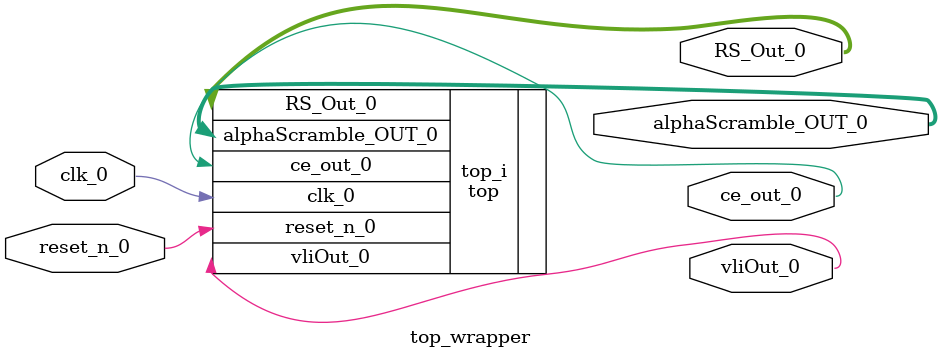
<source format=v>
`timescale 1 ps / 1 ps

module top_wrapper
   (RS_Out_0,
    alphaScramble_OUT_0,
    ce_out_0,
    clk_0,
    reset_n_0,
    vliOut_0);
  output [7:0]RS_Out_0;
  output [7:0]alphaScramble_OUT_0;
  output ce_out_0;
  input clk_0;
  input reset_n_0;
  output vliOut_0;

  wire [7:0]RS_Out_0;
  wire [7:0]alphaScramble_OUT_0;
  wire ce_out_0;
  wire clk_0;
  wire reset_n_0;
  wire vliOut_0;

  top top_i
       (.RS_Out_0(RS_Out_0),
        .alphaScramble_OUT_0(alphaScramble_OUT_0),
        .ce_out_0(ce_out_0),
        .clk_0(clk_0),
        .reset_n_0(reset_n_0),
        .vliOut_0(vliOut_0));
endmodule

</source>
